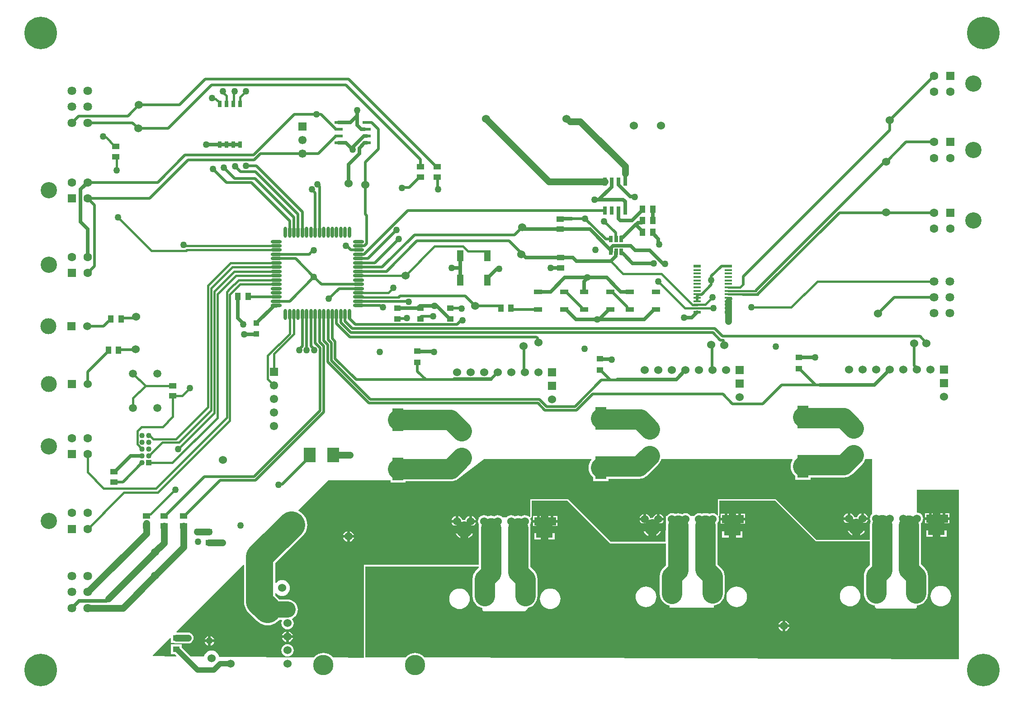
<source format=gbr>
%TF.GenerationSoftware,Altium Limited,Altium Designer,20.1.14 (287)*%
G04 Layer_Physical_Order=1*
G04 Layer_Color=255*
%FSLAX25Y25*%
%MOIN*%
%TF.SameCoordinates,420D9B4C-C7A0-47ED-81AF-82C992674030*%
%TF.FilePolarity,Positive*%
%TF.FileFunction,Copper,L1,Top,Signal*%
%TF.Part,Single*%
G01*
G75*
%TA.AperFunction,SMDPad,CuDef*%
%ADD10R,0.04134X0.05512*%
%ADD11R,0.05512X0.04134*%
%ADD12R,0.05906X0.03543*%
%ADD13R,0.04724X0.04331*%
%ADD14R,0.02992X0.05000*%
%ADD15O,0.02362X0.08071*%
%ADD16O,0.08071X0.02362*%
%ADD17R,0.02559X0.06004*%
%ADD18R,0.05315X0.01575*%
%ADD19R,0.05315X0.02362*%
%ADD20R,0.08268X0.16929*%
%ADD21R,0.08500X0.10799*%
%ADD22R,0.03937X0.03937*%
%ADD23R,0.05118X0.08268*%
%ADD24R,0.02756X0.05118*%
%ADD25R,0.05906X0.02362*%
%TA.AperFunction,Conductor*%
%ADD26C,0.02500*%
%ADD27C,0.15000*%
%ADD28C,0.01500*%
%ADD29C,0.02000*%
%ADD30C,0.01600*%
%ADD31C,0.01700*%
%ADD32C,0.01200*%
%ADD33C,0.04000*%
%ADD34C,0.05000*%
%ADD35C,0.12000*%
%ADD36C,0.20000*%
%TA.AperFunction,ComponentPad*%
%ADD37C,0.12008*%
%ADD38C,0.06319*%
%ADD39R,0.06319X0.06319*%
%ADD40C,0.05000*%
%ADD41C,0.06000*%
%ADD42R,0.12000X0.12000*%
%ADD43C,0.12000*%
%ADD44R,0.06000X0.06000*%
%ADD45O,0.09900X0.26300*%
%ADD46C,0.15000*%
%ADD47C,0.10984*%
%ADD48C,0.06417*%
%ADD49C,0.05898*%
%ADD50R,0.06024X0.06024*%
%ADD51C,0.06024*%
%ADD52C,0.11811*%
%ADD53C,0.04000*%
%ADD54R,0.04000X0.04000*%
%ADD55C,0.06102*%
%ADD56R,0.06102X0.06102*%
%TA.AperFunction,ViaPad*%
%ADD57C,0.05000*%
%ADD58C,0.24000*%
G36*
X628000Y130070D02*
X627791Y129909D01*
X627069Y128969D01*
X626616Y127875D01*
X626461Y126700D01*
X626616Y125525D01*
X626956Y124704D01*
X626630Y123631D01*
X626456Y121866D01*
Y111000D01*
X587000D01*
X569500Y128500D01*
X557000Y141000D01*
X514869Y141000D01*
X514500Y141000D01*
X514407Y140907D01*
X514407Y140538D01*
Y129278D01*
X513934Y129117D01*
X513709Y129409D01*
X512769Y130131D01*
X511675Y130584D01*
X510500Y130739D01*
X509325Y130584D01*
X508311Y130164D01*
X506764Y130633D01*
X505000Y130807D01*
X503236Y130633D01*
X502266Y130339D01*
X501675Y130584D01*
X500500Y130739D01*
X499325Y130584D01*
X498231Y130131D01*
X497291Y129409D01*
X496593Y128500D01*
X494407D01*
X493709Y129409D01*
X492769Y130131D01*
X491675Y130584D01*
X490500Y130739D01*
X489325Y130584D01*
X488231Y130131D01*
X488135Y130058D01*
X486764Y130473D01*
X485000Y130647D01*
X483236Y130473D01*
X482489Y130247D01*
X481675Y130584D01*
X480500Y130739D01*
X479325Y130584D01*
X478231Y130131D01*
X477291Y129409D01*
X476593Y128500D01*
X476000D01*
Y126495D01*
X475961Y126200D01*
X476000Y125905D01*
Y122046D01*
X475956Y121604D01*
Y118167D01*
X475600Y117500D01*
Y109500D01*
X435500Y109500D01*
X417500Y127500D01*
X404000Y141000D01*
X376000D01*
Y128181D01*
X375736Y127930D01*
X375209Y127909D01*
X374269Y128631D01*
X373175Y129084D01*
X372000Y129239D01*
X370825Y129084D01*
X369731Y128631D01*
X369507Y128459D01*
X368764Y128684D01*
X367000Y128858D01*
X365236Y128684D01*
X364493Y128459D01*
X364269Y128631D01*
X363175Y129084D01*
X362000Y129239D01*
X360825Y129084D01*
X359731Y128631D01*
X358791Y127909D01*
X358476Y127500D01*
X355524Y127500D01*
X355209Y127909D01*
X354269Y128631D01*
X353175Y129084D01*
X352000Y129239D01*
X350825Y129084D01*
X349731Y128631D01*
X349476Y128435D01*
X348764Y128651D01*
X347000Y128825D01*
X345236Y128651D01*
X344524Y128435D01*
X344269Y128631D01*
X343175Y129084D01*
X342000Y129239D01*
X340825Y129084D01*
X339731Y128631D01*
X338791Y127909D01*
X338476Y127500D01*
X338000D01*
Y126802D01*
X337616Y125875D01*
X337461Y124700D01*
X337616Y123525D01*
X338000Y122598D01*
Y120223D01*
X337956Y119781D01*
Y92500D01*
X253500D01*
Y24355D01*
X253145Y24003D01*
X230489Y24170D01*
X229895Y24895D01*
X228524Y26019D01*
X226961Y26855D01*
X225264Y27370D01*
X223500Y27544D01*
X221736Y27370D01*
X220039Y26855D01*
X218476Y26019D01*
X217105Y24895D01*
X216595Y24273D01*
X146669Y24791D01*
X146384Y25730D01*
X145846Y26738D01*
X145121Y27621D01*
X144238Y28346D01*
X143230Y28884D01*
X142137Y29216D01*
X141000Y29328D01*
X139863Y29216D01*
X138770Y28884D01*
X137762Y28346D01*
X136879Y27621D01*
X136154Y26738D01*
X135616Y25730D01*
X135356Y24875D01*
X125608Y24947D01*
X118862Y31693D01*
Y34032D01*
X111138D01*
Y26701D01*
X113870D01*
X115083Y25488D01*
X114890Y25027D01*
X97806Y25153D01*
X97616Y25616D01*
X110481Y38481D01*
X111009Y38302D01*
X111103Y37590D01*
X111138Y37505D01*
Y34969D01*
X113396D01*
X113956Y34737D01*
X115000Y34599D01*
X123634D01*
X124678Y34737D01*
X125651Y35140D01*
X126487Y35781D01*
X127128Y36617D01*
X127531Y37590D01*
X127668Y38634D01*
X127531Y39678D01*
X127128Y40651D01*
X126487Y41487D01*
X125651Y42128D01*
X124678Y42531D01*
X123634Y42668D01*
X115375D01*
X115168Y43168D01*
X164503Y92502D01*
X164964Y92311D01*
Y65358D01*
X165106Y63553D01*
X165529Y61793D01*
X166222Y60121D01*
X167167Y58577D01*
X168343Y57201D01*
X174201Y51343D01*
X175577Y50168D01*
X177121Y49222D01*
X178793Y48529D01*
X180553Y48107D01*
X182358Y47964D01*
X184162Y48107D01*
X185923Y48529D01*
X187595Y49222D01*
X189138Y50168D01*
X190515Y51343D01*
X191045Y51964D01*
X192610D01*
X192943Y51464D01*
X192616Y50675D01*
X192461Y49500D01*
X192616Y48325D01*
X193069Y47231D01*
X193791Y46291D01*
X194731Y45569D01*
X195825Y45116D01*
X197000Y44961D01*
X198175Y45116D01*
X199269Y45569D01*
X200209Y46291D01*
X200931Y47231D01*
X201384Y48325D01*
X201539Y49500D01*
X201384Y50675D01*
X200931Y51769D01*
X200517Y52309D01*
X200655Y52950D01*
X201187Y53234D01*
X202329Y54171D01*
X203266Y55313D01*
X203963Y56616D01*
X204392Y58030D01*
X204536Y59500D01*
X204392Y60970D01*
X203963Y62384D01*
X203266Y63687D01*
X202329Y64829D01*
X201187Y65766D01*
X199884Y66463D01*
X198470Y66891D01*
X197000Y67036D01*
X191045D01*
X190515Y67657D01*
X188036Y70136D01*
Y71618D01*
X188536Y71797D01*
X188879Y71379D01*
X189762Y70654D01*
X190770Y70116D01*
X191863Y69784D01*
X193000Y69672D01*
X194137Y69784D01*
X195230Y70116D01*
X196238Y70654D01*
X197121Y71379D01*
X197846Y72262D01*
X198384Y73270D01*
X198716Y74363D01*
X198828Y75500D01*
X198716Y76637D01*
X198384Y77730D01*
X197846Y78738D01*
X197121Y79621D01*
X196238Y80346D01*
X195230Y80884D01*
X194137Y81216D01*
X193000Y81328D01*
X191863Y81216D01*
X190770Y80884D01*
X189762Y80346D01*
X188879Y79621D01*
X188536Y79203D01*
X188036Y79382D01*
Y93722D01*
X208157Y113843D01*
X209332Y115220D01*
X210278Y116763D01*
X210971Y118435D01*
X211393Y120195D01*
X211536Y122000D01*
X211393Y123805D01*
X210971Y125565D01*
X210278Y127237D01*
X209332Y128780D01*
X208157Y130157D01*
X206780Y131333D01*
X205237Y132278D01*
X204975Y132387D01*
X204877Y132877D01*
X227000Y155000D01*
X272866D01*
Y153228D01*
X284134D01*
Y154149D01*
X317193D01*
X317193Y154149D01*
X318957Y154323D01*
X320654Y154838D01*
X320957Y155000D01*
X321440D01*
X341900Y170500D01*
X420949D01*
X421162Y170048D01*
X420481Y169217D01*
X419645Y167654D01*
X419130Y165957D01*
X418956Y164193D01*
X419130Y162429D01*
X419645Y160732D01*
X420481Y159169D01*
X421605Y157798D01*
X422366Y157174D01*
Y154228D01*
X433634D01*
Y156114D01*
X456157D01*
X456157Y156114D01*
X457922Y156288D01*
X459618Y156802D01*
X461182Y157638D01*
X462552Y158763D01*
X470395Y166605D01*
X471519Y167976D01*
X472355Y169539D01*
X472647Y170500D01*
X569097D01*
X569364Y170000D01*
X568645Y168654D01*
X568130Y166957D01*
X567956Y165193D01*
X568130Y163429D01*
X568645Y161732D01*
X569481Y160169D01*
X570605Y158798D01*
X571366Y158174D01*
Y155228D01*
X582634D01*
Y157114D01*
X607157D01*
X607158Y157114D01*
X608922Y157288D01*
X610618Y157802D01*
X612182Y158638D01*
X613552Y159763D01*
X620895Y167105D01*
X622019Y168476D01*
X622855Y170039D01*
X622995Y170500D01*
X628000D01*
X628000Y130070D01*
D02*
G37*
G36*
X692000Y23206D02*
X691646Y22853D01*
X297951Y24217D01*
X297395Y24895D01*
X296024Y26019D01*
X294461Y26855D01*
X292764Y27370D01*
X291000Y27544D01*
X289236Y27370D01*
X287539Y26855D01*
X285976Y26019D01*
X284605Y24895D01*
X284088Y24265D01*
X254520Y24367D01*
Y91480D01*
X337956D01*
Y90435D01*
X336017Y88496D01*
X334892Y87125D01*
X334057Y85562D01*
X333542Y83865D01*
X333368Y82101D01*
X333368Y82101D01*
Y69581D01*
X333542Y67817D01*
X334057Y66120D01*
X334892Y64557D01*
X336017Y63187D01*
X337387Y62062D01*
X338951Y61226D01*
X340600Y60726D01*
Y59367D01*
X340864Y58731D01*
X340907Y58687D01*
X341544Y58424D01*
X372000D01*
X372636Y58687D01*
X374136Y60187D01*
X374400Y60824D01*
Y60877D01*
X375661Y61259D01*
X377224Y62095D01*
X378595Y63220D01*
X379719Y64590D01*
X380555Y66154D01*
X381070Y67850D01*
X381244Y69614D01*
Y82134D01*
X381244Y82134D01*
X381070Y83898D01*
X380555Y85595D01*
X379719Y87158D01*
X378595Y88529D01*
X376044Y91080D01*
Y119814D01*
X375870Y121579D01*
X375702Y122132D01*
X375931Y122431D01*
X376384Y123525D01*
X376539Y124700D01*
X376384Y125875D01*
X376135Y126477D01*
X376124Y126642D01*
X376163Y127004D01*
X376298Y127102D01*
X376439Y127191D01*
X376702Y127441D01*
X376710Y127452D01*
X376721Y127460D01*
X376824Y127614D01*
X376932Y127766D01*
X376935Y127779D01*
X376942Y127790D01*
X376978Y127973D01*
X377019Y128154D01*
X377017Y128167D01*
X377020Y128181D01*
Y139980D01*
X403387D01*
X435000Y108367D01*
X475956Y108367D01*
Y92258D01*
X474017Y90318D01*
X472892Y88948D01*
X472057Y87384D01*
X471542Y85688D01*
X471368Y83923D01*
X471368Y83923D01*
Y71404D01*
X471542Y69639D01*
X472057Y67943D01*
X472892Y66379D01*
X474017Y65009D01*
X475387Y63884D01*
X476951Y63049D01*
X478600Y62548D01*
Y61324D01*
X478789Y60867D01*
X511400D01*
Y62638D01*
X511964Y62694D01*
X513661Y63208D01*
X515224Y64044D01*
X516595Y65169D01*
X517719Y66539D01*
X518555Y68103D01*
X519070Y69799D01*
X519243Y71564D01*
Y84083D01*
X519244Y84083D01*
X519070Y85848D01*
X518555Y87544D01*
X517719Y89108D01*
X516595Y90478D01*
X514044Y93029D01*
Y121764D01*
X513898Y123237D01*
X514431Y123931D01*
X514884Y125025D01*
X515039Y126200D01*
X514884Y127375D01*
X514677Y127876D01*
X514797Y128336D01*
X514936Y128428D01*
X515079Y128511D01*
X515100Y128538D01*
X515128Y128557D01*
X515221Y128695D01*
X515322Y128827D01*
X515331Y128859D01*
X515349Y128888D01*
X515382Y129051D01*
X515425Y129211D01*
X515420Y129245D01*
X515427Y129278D01*
Y139980D01*
X556578Y139980D01*
X568779Y127779D01*
X586279Y110279D01*
X586610Y110058D01*
X587000Y109980D01*
X605387D01*
X605500Y109867D01*
X626456Y109867D01*
Y92520D01*
X624517Y90581D01*
X623392Y89210D01*
X622557Y87647D01*
X622042Y85950D01*
X621868Y84186D01*
X621868Y84186D01*
Y71666D01*
X622042Y69902D01*
X622557Y68206D01*
X623392Y66642D01*
X624517Y65272D01*
X625887Y64147D01*
X627451Y63311D01*
X629147Y62797D01*
X630100Y62703D01*
Y61812D01*
X630364Y61176D01*
X630852Y60687D01*
X631488Y60424D01*
X660000D01*
X660900Y61324D01*
Y62613D01*
X661964Y62717D01*
X663661Y63232D01*
X665224Y64068D01*
X666595Y65193D01*
X667719Y66563D01*
X668555Y68126D01*
X669070Y69823D01*
X669243Y71587D01*
Y84107D01*
X669244Y84107D01*
X669070Y85871D01*
X668555Y87568D01*
X667719Y89131D01*
X666595Y90502D01*
X664044Y93053D01*
Y121787D01*
X663899Y123252D01*
X664209Y123491D01*
X664931Y124431D01*
X665384Y125525D01*
X665539Y126700D01*
X665384Y127875D01*
X664931Y128969D01*
X664209Y129909D01*
X663269Y130631D01*
X662175Y131084D01*
X661000Y131239D01*
X660900Y131326D01*
Y148000D01*
X692000Y148000D01*
X692000Y23206D01*
D02*
G37*
%LPC*%
G36*
X622000Y130603D02*
Y127700D01*
X624903D01*
X624897Y127744D01*
X624494Y128717D01*
X623853Y129553D01*
X623017Y130194D01*
X622044Y130597D01*
X622000Y130603D01*
D02*
G37*
G36*
X610000D02*
X609956Y130597D01*
X608983Y130194D01*
X608147Y129553D01*
X607506Y128717D01*
X607103Y127744D01*
X607097Y127700D01*
X610000D01*
Y130603D01*
D02*
G37*
G36*
X471500Y130103D02*
Y127200D01*
X474403D01*
X474397Y127244D01*
X473994Y128217D01*
X473353Y129053D01*
X472517Y129694D01*
X471544Y130097D01*
X471500Y130103D01*
D02*
G37*
G36*
X459500D02*
X459456Y130097D01*
X458483Y129694D01*
X457647Y129053D01*
X457006Y128217D01*
X456603Y127244D01*
X456597Y127200D01*
X459500D01*
Y130103D01*
D02*
G37*
G36*
X333000Y128603D02*
Y125700D01*
X335903D01*
X335897Y125744D01*
X335494Y126717D01*
X334853Y127553D01*
X334017Y128194D01*
X333044Y128597D01*
X333000Y128603D01*
D02*
G37*
G36*
X321000D02*
X320956Y128597D01*
X319983Y128194D01*
X319147Y127553D01*
X318506Y126717D01*
X318103Y125744D01*
X318097Y125700D01*
X321000D01*
Y128603D01*
D02*
G37*
G36*
X612000Y130603D02*
Y126700D01*
X611000D01*
Y125700D01*
X607097D01*
X607103Y125656D01*
X607506Y124683D01*
X608147Y123847D01*
X608339Y123700D01*
X616400D01*
X623661D01*
X623853Y123847D01*
X624494Y124683D01*
X624897Y125656D01*
X624903Y125700D01*
X621000D01*
Y126700D01*
X620000D01*
Y130603D01*
X619956Y130597D01*
X618983Y130194D01*
X618147Y129553D01*
X617506Y128717D01*
X617103Y127744D01*
X617093Y127666D01*
X616400Y127734D01*
X615028Y127599D01*
X614906Y127677D01*
X614897Y127744D01*
X614494Y128717D01*
X613853Y129553D01*
X613017Y130194D01*
X612044Y130597D01*
X612000Y130603D01*
D02*
G37*
G36*
X461500Y130103D02*
Y126200D01*
X460500D01*
Y125200D01*
X456597D01*
X456603Y125156D01*
X457006Y124183D01*
X457647Y123347D01*
X457839Y123200D01*
X465900D01*
X473161D01*
X473353Y123347D01*
X473994Y124183D01*
X474397Y125156D01*
X474403Y125200D01*
X470500D01*
Y126200D01*
X469500D01*
Y130103D01*
X469456Y130097D01*
X468483Y129694D01*
X467647Y129053D01*
X467006Y128217D01*
X466603Y127244D01*
X466593Y127166D01*
X465900Y127234D01*
X464528Y127099D01*
X464406Y127177D01*
X464397Y127244D01*
X463994Y128217D01*
X463353Y129053D01*
X462517Y129694D01*
X461544Y130097D01*
X461500Y130103D01*
D02*
G37*
G36*
X323000Y128603D02*
Y124700D01*
X322000D01*
Y123700D01*
X318097D01*
X318103Y123656D01*
X318506Y122683D01*
X319147Y121847D01*
X319339Y121700D01*
X327400D01*
X334661D01*
X334853Y121847D01*
X335494Y122683D01*
X335897Y123656D01*
X335903Y123700D01*
X332000D01*
Y124700D01*
X331000D01*
Y128603D01*
X330956Y128597D01*
X329983Y128194D01*
X329147Y127553D01*
X328506Y126717D01*
X328103Y125744D01*
X328093Y125666D01*
X327400Y125734D01*
X326028Y125599D01*
X325906Y125677D01*
X325897Y125744D01*
X325494Y126717D01*
X324853Y127553D01*
X324017Y128194D01*
X323044Y128597D01*
X323000Y128603D01*
D02*
G37*
G36*
X243000Y117403D02*
Y114500D01*
X245903D01*
X245897Y114544D01*
X245494Y115517D01*
X244853Y116353D01*
X244017Y116994D01*
X243044Y117397D01*
X243000Y117403D01*
D02*
G37*
G36*
X241000D02*
X240956Y117397D01*
X239983Y116994D01*
X239147Y116353D01*
X238506Y115517D01*
X238103Y114544D01*
X238097Y114500D01*
X241000D01*
Y117403D01*
D02*
G37*
G36*
X622734Y117700D02*
X619400D01*
Y114366D01*
X620308Y114851D01*
X621374Y115726D01*
X622248Y116792D01*
X622734Y117700D01*
D02*
G37*
G36*
X613400D02*
X610066D01*
X610552Y116792D01*
X611426Y115726D01*
X612492Y114851D01*
X613400Y114366D01*
Y117700D01*
D02*
G37*
G36*
X472234Y117200D02*
X468900D01*
Y113866D01*
X469808Y114351D01*
X470874Y115226D01*
X471748Y116292D01*
X472234Y117200D01*
D02*
G37*
G36*
X462900D02*
X459566D01*
X460052Y116292D01*
X460926Y115226D01*
X461992Y114351D01*
X462900Y113866D01*
Y117200D01*
D02*
G37*
G36*
X333734Y115700D02*
X330400D01*
Y112366D01*
X331308Y112852D01*
X332374Y113726D01*
X333248Y114792D01*
X333734Y115700D01*
D02*
G37*
G36*
X324400D02*
X321066D01*
X321551Y114792D01*
X322426Y113726D01*
X323492Y112852D01*
X324400Y112366D01*
Y115700D01*
D02*
G37*
G36*
X245903Y112500D02*
X243000D01*
Y109597D01*
X243044Y109603D01*
X244017Y110006D01*
X244853Y110647D01*
X245494Y111483D01*
X245897Y112456D01*
X245903Y112500D01*
D02*
G37*
G36*
X241000D02*
X238097D01*
X238103Y112456D01*
X238506Y111483D01*
X239147Y110647D01*
X239983Y110006D01*
X240956Y109603D01*
X241000Y109597D01*
Y112500D01*
D02*
G37*
G36*
X198000Y43403D02*
Y40500D01*
X200903D01*
X200897Y40544D01*
X200494Y41517D01*
X199853Y42353D01*
X199017Y42994D01*
X198044Y43397D01*
X198000Y43403D01*
D02*
G37*
G36*
X196000D02*
X195956Y43397D01*
X194983Y42994D01*
X194147Y42353D01*
X193506Y41517D01*
X193103Y40544D01*
X193097Y40500D01*
X196000D01*
Y43403D01*
D02*
G37*
G36*
X140500Y39874D02*
Y37500D01*
X142874D01*
X142557Y38265D01*
X141996Y38996D01*
X141265Y39557D01*
X140500Y39874D01*
D02*
G37*
G36*
X138500D02*
X137735Y39557D01*
X137004Y38996D01*
X136443Y38265D01*
X136126Y37500D01*
X138500D01*
Y39874D01*
D02*
G37*
G36*
X200903Y38500D02*
X198000D01*
Y35597D01*
X198044Y35603D01*
X199017Y36006D01*
X199853Y36647D01*
X200494Y37483D01*
X200897Y38456D01*
X200903Y38500D01*
D02*
G37*
G36*
X196000D02*
X193097D01*
X193103Y38456D01*
X193506Y37483D01*
X194147Y36647D01*
X194983Y36006D01*
X195956Y35603D01*
X196000Y35597D01*
Y38500D01*
D02*
G37*
G36*
X142874Y35500D02*
X140500D01*
Y33126D01*
X141265Y33443D01*
X141996Y34004D01*
X142557Y34735D01*
X142874Y35500D01*
D02*
G37*
G36*
X138500D02*
X136126D01*
X136443Y34735D01*
X137004Y34004D01*
X137735Y33443D01*
X138500Y33126D01*
Y35500D01*
D02*
G37*
G36*
X197000Y34039D02*
X195825Y33884D01*
X194731Y33431D01*
X193791Y32709D01*
X193069Y31769D01*
X192616Y30675D01*
X192461Y29500D01*
X192616Y28325D01*
X193069Y27231D01*
X193791Y26291D01*
X194731Y25569D01*
X195825Y25116D01*
X197000Y24961D01*
X198175Y25116D01*
X199269Y25569D01*
X200209Y26291D01*
X200931Y27231D01*
X201384Y28325D01*
X201539Y29500D01*
X201384Y30675D01*
X200931Y31769D01*
X200209Y32709D01*
X199269Y33431D01*
X198175Y33884D01*
X197000Y34039D01*
D02*
G37*
G36*
X685000Y130700D02*
X682000D01*
Y127700D01*
X685000D01*
Y130700D01*
D02*
G37*
G36*
X670000D02*
X667000D01*
Y127700D01*
X670000D01*
Y130700D01*
D02*
G37*
G36*
X534500Y130200D02*
X531500D01*
Y127200D01*
X534500D01*
Y130200D01*
D02*
G37*
G36*
X519500D02*
X516500D01*
Y127200D01*
X519500D01*
Y130200D01*
D02*
G37*
G36*
X396000Y128700D02*
X393000D01*
Y125700D01*
X396000D01*
Y128700D01*
D02*
G37*
G36*
X381000D02*
X378000D01*
Y125700D01*
X381000D01*
Y128700D01*
D02*
G37*
G36*
X680000Y130700D02*
X678250D01*
Y123450D01*
X685000D01*
Y125700D01*
X681000D01*
Y126700D01*
X680000D01*
Y130700D01*
D02*
G37*
G36*
X672750D02*
X672000D01*
Y126700D01*
X671000D01*
Y125700D01*
X667000D01*
Y123450D01*
X672750D01*
Y130700D01*
D02*
G37*
G36*
X529500Y130200D02*
X527750D01*
Y122950D01*
X534500D01*
Y125200D01*
X530500D01*
Y126200D01*
X529500D01*
Y130200D01*
D02*
G37*
G36*
X522250D02*
X521500D01*
Y126200D01*
X520500D01*
Y125200D01*
X516500D01*
Y122950D01*
X522250D01*
Y130200D01*
D02*
G37*
G36*
X391000Y128700D02*
X389250D01*
Y121450D01*
X396000D01*
Y123700D01*
X392000D01*
Y124700D01*
X391000D01*
Y128700D01*
D02*
G37*
G36*
X383750D02*
X383000D01*
Y124700D01*
X382000D01*
Y123700D01*
X378000D01*
Y121450D01*
X383750D01*
Y128700D01*
D02*
G37*
G36*
X683000Y117950D02*
X678250D01*
Y113200D01*
X683000D01*
Y117950D01*
D02*
G37*
G36*
X672750D02*
X668000D01*
Y113200D01*
X672750D01*
Y117950D01*
D02*
G37*
G36*
X532500Y117450D02*
X527750D01*
Y112700D01*
X532500D01*
Y117450D01*
D02*
G37*
G36*
X522250D02*
X517500D01*
Y112700D01*
X522250D01*
Y117450D01*
D02*
G37*
G36*
X394000Y115950D02*
X389250D01*
Y111200D01*
X394000D01*
Y115950D01*
D02*
G37*
G36*
X383750D02*
X379000D01*
Y111200D01*
X383750D01*
Y115950D01*
D02*
G37*
G36*
X678701Y77115D02*
X677218Y76969D01*
X675793Y76537D01*
X674479Y75835D01*
X673327Y74889D01*
X672382Y73738D01*
X671680Y72424D01*
X671247Y70998D01*
X671101Y69516D01*
X671247Y68033D01*
X671680Y66607D01*
X672382Y65294D01*
X673327Y64142D01*
X674479Y63197D01*
X675793Y62495D01*
X677218Y62062D01*
X678701Y61916D01*
X680183Y62062D01*
X681609Y62495D01*
X682923Y63197D01*
X684074Y64142D01*
X685020Y65294D01*
X685722Y66607D01*
X686154Y68033D01*
X686300Y69516D01*
X686154Y70998D01*
X685722Y72424D01*
X685020Y73738D01*
X684074Y74889D01*
X682923Y75835D01*
X681609Y76537D01*
X680183Y76969D01*
X678701Y77115D01*
D02*
G37*
G36*
X611811D02*
X610328Y76969D01*
X608903Y76537D01*
X607589Y75835D01*
X606437Y74889D01*
X605492Y73738D01*
X604790Y72424D01*
X604357Y70998D01*
X604211Y69516D01*
X604357Y68033D01*
X604790Y66607D01*
X605492Y65294D01*
X606437Y64142D01*
X607589Y63197D01*
X608903Y62495D01*
X610328Y62062D01*
X611811Y61916D01*
X613294Y62062D01*
X614719Y62495D01*
X616033Y63197D01*
X617185Y64142D01*
X618130Y65294D01*
X618832Y66607D01*
X619265Y68033D01*
X619411Y69516D01*
X619265Y70998D01*
X618832Y72424D01*
X618130Y73738D01*
X617185Y74889D01*
X616033Y75835D01*
X614719Y76537D01*
X613294Y76969D01*
X611811Y77115D01*
D02*
G37*
G36*
X528189Y76615D02*
X526706Y76469D01*
X525281Y76037D01*
X523967Y75335D01*
X522815Y74389D01*
X521870Y73238D01*
X521168Y71924D01*
X520735Y70498D01*
X520589Y69016D01*
X520735Y67533D01*
X521168Y66107D01*
X521870Y64794D01*
X522815Y63642D01*
X523967Y62697D01*
X525281Y61995D01*
X526706Y61562D01*
X528189Y61416D01*
X529672Y61562D01*
X531097Y61995D01*
X532411Y62697D01*
X533563Y63642D01*
X534508Y64794D01*
X535210Y66107D01*
X535642Y67533D01*
X535789Y69016D01*
X535642Y70498D01*
X535210Y71924D01*
X534508Y73238D01*
X533563Y74389D01*
X532411Y75335D01*
X531097Y76037D01*
X529672Y76469D01*
X528189Y76615D01*
D02*
G37*
G36*
X461299D02*
X459817Y76469D01*
X458391Y76037D01*
X457077Y75335D01*
X455926Y74389D01*
X454980Y73238D01*
X454278Y71924D01*
X453846Y70498D01*
X453700Y69016D01*
X453846Y67533D01*
X454278Y66107D01*
X454980Y64794D01*
X455926Y63642D01*
X457077Y62697D01*
X458391Y61995D01*
X459817Y61562D01*
X461299Y61416D01*
X462782Y61562D01*
X464207Y61995D01*
X465521Y62697D01*
X466673Y63642D01*
X467618Y64794D01*
X468320Y66107D01*
X468753Y67533D01*
X468899Y69016D01*
X468753Y70498D01*
X468320Y71924D01*
X467618Y73238D01*
X466673Y74389D01*
X465521Y75335D01*
X464207Y76037D01*
X462782Y76469D01*
X461299Y76615D01*
D02*
G37*
G36*
X390701Y75115D02*
X389218Y74969D01*
X387793Y74537D01*
X386479Y73835D01*
X385327Y72890D01*
X384382Y71738D01*
X383680Y70424D01*
X383247Y68998D01*
X383101Y67516D01*
X383247Y66033D01*
X383680Y64608D01*
X384382Y63294D01*
X385327Y62142D01*
X386479Y61197D01*
X387793Y60495D01*
X389218Y60062D01*
X390701Y59916D01*
X392183Y60062D01*
X393609Y60495D01*
X394923Y61197D01*
X396075Y62142D01*
X397020Y63294D01*
X397722Y64608D01*
X398154Y66033D01*
X398300Y67516D01*
X398154Y68998D01*
X397722Y70424D01*
X397020Y71738D01*
X396075Y72890D01*
X394923Y73835D01*
X393609Y74537D01*
X392183Y74969D01*
X390701Y75115D01*
D02*
G37*
G36*
X323811D02*
X322328Y74969D01*
X320903Y74537D01*
X319589Y73835D01*
X318437Y72890D01*
X317492Y71738D01*
X316790Y70424D01*
X316357Y68998D01*
X316212Y67516D01*
X316357Y66033D01*
X316790Y64608D01*
X317492Y63294D01*
X318437Y62142D01*
X319589Y61197D01*
X320903Y60495D01*
X322328Y60062D01*
X323811Y59916D01*
X325294Y60062D01*
X326719Y60495D01*
X328033Y61197D01*
X329185Y62142D01*
X330130Y63294D01*
X330832Y64608D01*
X331265Y66033D01*
X331411Y67516D01*
X331265Y68998D01*
X330832Y70424D01*
X330130Y71738D01*
X329185Y72890D01*
X328033Y73835D01*
X326719Y74537D01*
X325294Y74969D01*
X323811Y75115D01*
D02*
G37*
G36*
X564000Y51403D02*
Y48500D01*
X566903D01*
X566897Y48544D01*
X566494Y49517D01*
X565853Y50353D01*
X565017Y50994D01*
X564044Y51397D01*
X564000Y51403D01*
D02*
G37*
G36*
X562000D02*
X561956Y51397D01*
X560983Y50994D01*
X560147Y50353D01*
X559506Y49517D01*
X559103Y48544D01*
X559097Y48500D01*
X562000D01*
Y51403D01*
D02*
G37*
G36*
X566903Y46500D02*
X564000D01*
Y43597D01*
X564044Y43603D01*
X565017Y44006D01*
X565853Y44647D01*
X566494Y45483D01*
X566897Y46456D01*
X566903Y46500D01*
D02*
G37*
G36*
X562000D02*
X559097D01*
X559103Y46456D01*
X559506Y45483D01*
X560147Y44647D01*
X560983Y44006D01*
X561956Y43603D01*
X562000Y43597D01*
Y46500D01*
D02*
G37*
%LPD*%
D10*
X354260Y282000D02*
D03*
X361740D02*
D03*
X66760Y274000D02*
D03*
X74240D02*
D03*
X65020Y251000D02*
D03*
X72500D02*
D03*
X466240Y338000D02*
D03*
X458760D02*
D03*
X458760Y346500D02*
D03*
X466240D02*
D03*
Y355000D02*
D03*
X458760D02*
D03*
X168000Y290500D02*
D03*
X160520D02*
D03*
D11*
X69000Y153760D02*
D03*
Y161240D02*
D03*
X106000Y121260D02*
D03*
Y128740D02*
D03*
X93000Y121260D02*
D03*
Y128740D02*
D03*
X398500Y311760D02*
D03*
Y319240D02*
D03*
X112500Y224740D02*
D03*
Y217260D02*
D03*
X398000Y340260D02*
D03*
Y347740D02*
D03*
X70500Y393760D02*
D03*
Y401240D02*
D03*
X295000Y378760D02*
D03*
Y386240D02*
D03*
X307500Y378760D02*
D03*
Y386240D02*
D03*
X120500Y128740D02*
D03*
Y121260D02*
D03*
D12*
X381854Y281004D02*
D03*
Y293996D02*
D03*
X401146D02*
D03*
Y281004D02*
D03*
X449354D02*
D03*
Y293996D02*
D03*
X468646D02*
D03*
Y281004D02*
D03*
X435146D02*
D03*
Y293996D02*
D03*
X415854D02*
D03*
Y281004D02*
D03*
D13*
X317000Y273866D02*
D03*
Y282134D02*
D03*
X295000D02*
D03*
Y273866D02*
D03*
X574031Y237366D02*
D03*
Y245634D02*
D03*
X278000Y282134D02*
D03*
Y273866D02*
D03*
X115000Y30366D02*
D03*
Y38634D02*
D03*
X427500Y236232D02*
D03*
Y244500D02*
D03*
X292683Y242049D02*
D03*
Y250317D02*
D03*
X139000Y117134D02*
D03*
Y108866D02*
D03*
D14*
X162000Y432500D02*
D03*
X157000D02*
D03*
X152000D02*
D03*
X147000D02*
D03*
Y402500D02*
D03*
X152000D02*
D03*
X157000D02*
D03*
X162000D02*
D03*
D15*
X195378Y277185D02*
D03*
X198528D02*
D03*
X201677D02*
D03*
X204827D02*
D03*
X207976D02*
D03*
X211126D02*
D03*
X214276D02*
D03*
X217425D02*
D03*
X220575D02*
D03*
X223724D02*
D03*
X226874D02*
D03*
X230024D02*
D03*
X233173D02*
D03*
X236323D02*
D03*
X239472D02*
D03*
X242622D02*
D03*
Y337815D02*
D03*
X239472D02*
D03*
X236323D02*
D03*
X233173D02*
D03*
X230024D02*
D03*
X226874D02*
D03*
X223724D02*
D03*
X220575D02*
D03*
X217425D02*
D03*
X214276D02*
D03*
X211126D02*
D03*
X207976D02*
D03*
X204827D02*
D03*
X201677D02*
D03*
X198528D02*
D03*
X195378D02*
D03*
D16*
X249315Y283878D02*
D03*
Y287028D02*
D03*
Y290177D02*
D03*
Y293327D02*
D03*
Y296476D02*
D03*
Y299626D02*
D03*
Y302776D02*
D03*
Y305925D02*
D03*
Y309075D02*
D03*
Y312224D02*
D03*
Y315374D02*
D03*
Y318524D02*
D03*
Y321673D02*
D03*
Y324823D02*
D03*
Y327972D02*
D03*
Y331122D02*
D03*
X188685D02*
D03*
Y327972D02*
D03*
Y324823D02*
D03*
Y321673D02*
D03*
Y318524D02*
D03*
Y315374D02*
D03*
Y312224D02*
D03*
Y309075D02*
D03*
Y305925D02*
D03*
Y302776D02*
D03*
Y299626D02*
D03*
Y296476D02*
D03*
Y293327D02*
D03*
Y290177D02*
D03*
Y287028D02*
D03*
Y283878D02*
D03*
D17*
X431000Y354000D02*
D03*
X436000D02*
D03*
X441000D02*
D03*
X446000D02*
D03*
Y375165D02*
D03*
X441000D02*
D03*
X436000D02*
D03*
X431000D02*
D03*
D18*
X498984Y287043D02*
D03*
Y284484D02*
D03*
Y281925D02*
D03*
Y289602D02*
D03*
Y292161D02*
D03*
X522016D02*
D03*
Y289602D02*
D03*
Y281925D02*
D03*
Y284484D02*
D03*
Y287043D02*
D03*
Y294721D02*
D03*
Y297280D02*
D03*
Y299839D02*
D03*
Y302398D02*
D03*
Y310075D02*
D03*
Y307516D02*
D03*
Y304957D02*
D03*
X498984D02*
D03*
Y307516D02*
D03*
Y310075D02*
D03*
Y302398D02*
D03*
Y299839D02*
D03*
Y297280D02*
D03*
Y294721D02*
D03*
D19*
X522016Y278972D02*
D03*
Y313028D02*
D03*
X498984D02*
D03*
Y278972D02*
D03*
D20*
X278500Y199807D02*
D03*
Y163193D02*
D03*
X428000Y200807D02*
D03*
Y164193D02*
D03*
X577000Y201807D02*
D03*
Y165193D02*
D03*
D21*
X213299Y173500D02*
D03*
X230701D02*
D03*
D22*
X174000Y263063D02*
D03*
Y270937D02*
D03*
D23*
X324500Y320610D02*
D03*
X344500D02*
D03*
Y302500D02*
D03*
X324500D02*
D03*
D24*
X443000Y332949D02*
D03*
X439260D02*
D03*
X435520D02*
D03*
Y323500D02*
D03*
X439260D02*
D03*
X443000D02*
D03*
D25*
X234567Y404000D02*
D03*
Y409000D02*
D03*
Y414000D02*
D03*
Y419000D02*
D03*
X255433D02*
D03*
Y414000D02*
D03*
Y409000D02*
D03*
Y404000D02*
D03*
D26*
X463935Y324500D02*
X473935Y314500D01*
X475500D01*
X390996Y293996D02*
X401500Y304500D01*
X381854Y293996D02*
X390996D01*
X401500Y304500D02*
X418000D01*
X248500Y424000D02*
Y428000D01*
Y417000D02*
Y424000D01*
X234567Y419000D02*
X243500D01*
X248500Y424000D01*
X305500Y283500D02*
X307169D01*
X295134D02*
X305500D01*
X445970Y375195D02*
Y381434D01*
X402528Y421500D02*
X403475D01*
X405192Y419783D01*
X405357D01*
X445970Y375195D02*
X446000Y375165D01*
X69000Y161240D02*
X69689D01*
X81476Y173028D01*
X89823D01*
X443000Y322319D02*
Y323500D01*
Y322319D02*
X443128Y322191D01*
X444309D01*
X451500Y315000D01*
X467000D01*
X278684Y281950D02*
X293119D01*
X278000Y282634D02*
X278684Y281950D01*
X295000Y283634D02*
X295134Y283500D01*
X307169D02*
X316803Y273866D01*
X317000D01*
X293119Y281950D02*
X294803Y283634D01*
X295000D01*
X467465Y281004D02*
X468646D01*
X459961Y273500D02*
X467465Y281004D01*
X425500Y273500D02*
X459961D01*
X433965Y281004D02*
X435146D01*
X426939Y273978D02*
X433965Y281004D01*
X425978Y273978D02*
X426939D01*
X425500Y273500D02*
X425978Y273978D01*
X401146Y281004D02*
X402327D01*
X409831Y273500D01*
X425500D01*
X418000Y303823D02*
X418677Y304500D01*
X442652Y293996D02*
X449354D01*
X440800Y295848D02*
X442652Y293996D01*
X440800Y295848D02*
Y295966D01*
X432265Y304500D02*
X440800Y295966D01*
X418677Y304500D02*
X432265D01*
X415854Y293996D02*
Y301678D01*
X418000Y303823D01*
X49675Y319724D02*
Y340348D01*
X44466Y345557D02*
X49675Y340348D01*
X44466Y345557D02*
Y369590D01*
X49675Y374800D01*
X242000Y374000D02*
Y388000D01*
X253799Y404000D02*
X255433D01*
X249865Y400066D02*
X253799Y404000D01*
X249865Y395865D02*
Y400066D01*
X242000Y388000D02*
X249865Y395865D01*
X248500Y417000D02*
X251431Y414069D01*
X253730D01*
X250430Y406030D02*
X253400Y409000D01*
X255433D01*
X250430Y406030D02*
Y406030D01*
X240000Y404000D02*
X245000Y399000D01*
X245478Y399478D01*
Y401078D02*
X250430Y406030D01*
X245478Y399478D02*
Y401078D01*
X234567Y404000D02*
X240000D01*
X157000Y402500D02*
X162000D01*
X453500Y324500D02*
X463935D01*
X437033Y328109D02*
X449891D01*
X435648Y326724D02*
X437033Y328109D01*
X435648Y323628D02*
Y326724D01*
X435520Y323500D02*
X435648Y323628D01*
X449891Y328109D02*
X453500Y324500D01*
X435520Y323500D02*
Y324681D01*
X398000Y340260D02*
X419941D01*
X435520Y324681D01*
X370947Y341500D02*
X372187Y340260D01*
X398000D01*
X370000Y341500D02*
X370947D01*
X439132Y323372D02*
X439260Y323500D01*
X439132Y320276D02*
Y323372D01*
X435356Y316500D02*
X439132Y320276D01*
X407260Y319240D02*
X410000Y316500D01*
X435356D01*
X369500Y321500D02*
X370447D01*
X372707Y319240D02*
X398500D01*
X370447Y321500D02*
X372707Y319240D01*
X398500D02*
X407260D01*
X398000Y347740D02*
X398130Y347870D01*
X406370D01*
X398370Y311630D02*
X398500Y311760D01*
X391130Y311630D02*
X398370D01*
X391000Y311500D02*
X391130Y311630D01*
X466240Y337311D02*
Y338000D01*
Y337311D02*
X470522Y333030D01*
Y329478D02*
Y333030D01*
Y329478D02*
X471000Y329000D01*
X423500Y362000D02*
X444506D01*
X445970Y354029D02*
Y360536D01*
Y354029D02*
X446000Y354000D01*
X444506Y362000D02*
X445970Y360536D01*
X443000Y334130D02*
X443128Y334258D01*
X443000Y332949D02*
Y334130D01*
X443128Y334258D02*
X444309D01*
X453666Y343615D01*
X441000Y347965D02*
X442464Y346500D01*
X455442Y344994D02*
X457943D01*
X442464Y346500D02*
X450949D01*
X458760Y354311D01*
X441000Y347965D02*
Y354000D01*
X453864Y343416D02*
X455442Y344994D01*
X458760Y354311D02*
Y355000D01*
X466240Y346500D02*
Y355000D01*
X458760Y338000D02*
Y338689D01*
X456455Y340994D02*
X458760Y338689D01*
X456286Y340994D02*
X456455D01*
X453864Y343416D02*
X456286Y340994D01*
X457943Y344994D02*
X458760Y345811D01*
Y346500D01*
X427086Y362586D02*
X435970Y371470D01*
Y375136D01*
X436000Y375165D01*
X441030Y372955D02*
Y375136D01*
Y372955D02*
X449573Y364412D01*
X441000Y375165D02*
X441030Y375136D01*
X449573Y364412D02*
X452588D01*
X453000Y364000D01*
X440500Y229232D02*
X483532D01*
X490500Y236200D01*
X629666Y225366D02*
X641000Y236700D01*
X589532Y225366D02*
X629666D01*
X319908Y229650D02*
X346950D01*
X344500Y302500D02*
Y304075D01*
X350947Y310522D01*
X324500Y311555D02*
Y320610D01*
Y302500D02*
Y311555D01*
X318055D02*
X324500D01*
X152000Y402500D02*
X157000D01*
X147000D02*
X152000D01*
X137000D02*
X147000D01*
X160520Y274657D02*
Y290500D01*
Y274657D02*
X164500Y270676D01*
Y270000D02*
Y270676D01*
X168000Y290500D02*
X168323Y290177D01*
X174000Y270937D02*
X186859Y283797D01*
X188603D01*
X173719Y262782D02*
X174000Y263063D01*
X165281Y262782D02*
X173719D01*
X165000Y262500D02*
X165281Y262782D01*
X38008Y60689D02*
X43266Y65948D01*
X63448D01*
X65000Y67500D01*
X489500Y275000D02*
X495012D01*
X498984Y278972D01*
X574031Y245634D02*
X574031Y245634D01*
X585866D01*
X427750Y244250D02*
X435750D01*
X436000Y244000D01*
X427500Y244500D02*
X427750Y244250D01*
X292683Y250317D02*
X293000Y250000D01*
X304866D01*
X305183Y249683D01*
D27*
X655000Y89307D02*
X660200Y84107D01*
X655000Y89307D02*
Y121787D01*
X660200Y71587D02*
Y84107D01*
X630912Y84186D02*
X635500Y88774D01*
Y121866D01*
X630912Y71666D02*
Y84186D01*
X510200Y71564D02*
Y84083D01*
X505000Y89283D02*
Y121764D01*
Y89283D02*
X510200Y84083D01*
X485000Y88512D02*
Y121604D01*
X480412Y71404D02*
Y83923D01*
X485000Y88512D01*
X367000Y87334D02*
X372200Y82134D01*
X367000Y87334D02*
Y119814D01*
X372200Y69614D02*
Y82134D01*
X342412Y82101D02*
X347000Y86689D01*
X342412Y69581D02*
Y82101D01*
X347000Y86689D02*
Y119781D01*
X316893Y199807D02*
X325500Y191200D01*
X278500Y199807D02*
X316893D01*
X317193Y163193D02*
X325500Y171500D01*
X278500Y163193D02*
X317193D01*
X456157Y165157D02*
X464000Y173000D01*
X428965Y165157D02*
X456157D01*
X428000Y164193D02*
X428965Y165157D01*
X456857Y199843D02*
X464000Y192700D01*
X428965Y199843D02*
X456857D01*
X428000Y200807D02*
X428965Y199843D01*
X606857Y200842D02*
X614500Y193200D01*
X577965Y200842D02*
X606857D01*
X577000Y201807D02*
X577965Y200842D01*
X607158Y166157D02*
X614500Y173500D01*
X577965Y166157D02*
X607158D01*
X577000Y165193D02*
X577965Y166157D01*
D28*
X114000Y148000D02*
X114500D01*
X94317Y130057D02*
X96057D01*
X93000Y128740D02*
X94317Y130057D01*
X96057D02*
X114000Y148000D01*
X252956Y290000D02*
X279000D01*
X361740Y282000D02*
X362736Y281004D01*
X352943Y283500D02*
X354260Y282183D01*
Y282000D02*
Y282183D01*
X530817Y297317D02*
X533000Y299500D01*
X522053Y297317D02*
X530817D01*
X522016Y297280D02*
X522053Y297317D01*
X533000Y299500D02*
X533000D01*
X154500Y292000D02*
X162126Y299626D01*
X154500Y199000D02*
Y292000D01*
X162126Y299626D02*
X188685D01*
X161023Y302776D02*
X188685D01*
X154397Y296150D02*
X154397D01*
X161023Y302776D01*
X49675Y160825D02*
Y174187D01*
X61500Y149000D02*
X100046D01*
X49675Y160825D02*
X61500Y149000D01*
X249315Y293327D02*
X271327D01*
X249352Y305963D02*
X283963D01*
X249315Y305925D02*
X249352Y305963D01*
X252944Y290012D02*
X252956Y290000D01*
X249480Y290012D02*
X252944D01*
X69811Y401240D02*
X70500D01*
X63221Y407830D02*
X69811Y401240D01*
X61670Y407830D02*
X63221D01*
X61000Y408500D02*
X61670Y407830D01*
X70500Y393760D02*
X71000Y393260D01*
Y383500D02*
Y393260D01*
X96564Y324436D02*
X122191D01*
X72000Y349000D02*
X96564Y324436D01*
X122191D02*
X122578Y324823D01*
X188685D01*
X138350Y298713D02*
X155011Y315374D01*
X188685D01*
X121028Y327972D02*
X188685D01*
X120514Y328486D02*
X121028Y327972D01*
X94823Y168028D02*
X112164D01*
X101350Y145850D02*
X154500Y199000D01*
X112164Y168028D02*
X145250Y201114D01*
X76414Y145850D02*
X101350D01*
X100046Y149000D02*
X152200Y201154D01*
Y293953D01*
X145250Y201114D02*
Y292250D01*
X249315Y290177D02*
X249480Y290012D01*
X271327Y293327D02*
X275000Y297000D01*
X112500Y217260D02*
X119260D01*
X125000Y223000D01*
X201677Y263038D02*
Y277185D01*
X198528Y263141D02*
Y277185D01*
X182399Y247012D02*
X198528Y263141D01*
X182399Y229601D02*
Y247012D01*
X187000Y248361D02*
X201677Y263038D01*
X187000Y235000D02*
Y248361D01*
X344500Y320610D02*
Y322185D01*
X342691Y323994D02*
X344500Y322185D01*
X330001Y323994D02*
X342691D01*
X326495Y327500D02*
X330001Y323994D01*
X305500Y327500D02*
X326495D01*
X284000Y306000D02*
X305500Y327500D01*
X283963Y305963D02*
X284000Y306000D01*
X162000Y432500D02*
Y437500D01*
X166500Y442000D01*
X157000Y432500D02*
X157500Y433000D01*
Y441500D01*
X158000Y442000D01*
X152000Y432500D02*
Y438553D01*
X149500Y441053D02*
X152000Y438553D01*
X149500Y441053D02*
Y442000D01*
X147000Y432500D02*
Y433504D01*
X144174Y436330D02*
X147000Y433504D01*
X142170Y436330D02*
X144174D01*
X141500Y437000D02*
X142170Y436330D01*
X94823Y173028D02*
X94843D01*
X94823Y188028D02*
X95424D01*
X98129Y185323D01*
X114823D01*
X138350Y208850D01*
X94843Y173028D02*
X104839Y183023D01*
X116977D01*
X140650Y206696D01*
X116436Y178028D02*
X142950Y204542D01*
Y294404D01*
X138350Y208850D02*
Y298713D01*
X140650Y206696D02*
Y296558D01*
X156316Y312224D01*
X188685D01*
X142950Y294404D02*
X157621Y309075D01*
X188685D01*
X145250Y292250D02*
X158925Y305925D01*
X188685D01*
X152200Y293953D02*
X154397Y296150D01*
X73500Y142937D02*
Y142937D01*
X76414Y145850D01*
X49675Y119112D02*
X73500Y142937D01*
X86273Y181557D02*
X89802Y178028D01*
X86273Y181557D02*
Y191394D01*
X89294Y194415D01*
X105085D01*
X112500Y201830D01*
X89802Y178028D02*
X89823D01*
X182399Y229601D02*
X187000Y225000D01*
X83142Y208205D02*
Y215685D01*
X92197Y224740D01*
X112500D01*
X83142Y233795D02*
X92197Y224740D01*
X112500Y201830D02*
Y217260D01*
X522016Y289602D02*
X523461D01*
X524000Y289063D01*
D29*
X280027Y291027D02*
X327973D01*
X279000Y290000D02*
X280027Y291027D01*
X362736Y281004D02*
X381854D01*
X335500Y283500D02*
X352943D01*
X327973Y291027D02*
X335500Y283500D01*
X586228Y225366D02*
X589532D01*
X561366D02*
X586228D01*
X574031Y237366D02*
X574228D01*
X586228Y225366D01*
X434929Y229000D02*
X440500D01*
X428500D02*
X434929D01*
X427500Y236232D02*
X427697D01*
X434929Y229000D01*
X299000Y229150D02*
X319408D01*
X247556D02*
X299000D01*
X292683Y235467D02*
X299000Y229150D01*
X319408D02*
X319908Y229650D01*
X243002Y260701D02*
X380500D01*
X233173Y270529D02*
X243002Y260701D01*
X380500D02*
X381235Y259966D01*
X292683Y235467D02*
Y242049D01*
X542500Y295000D02*
X542515D01*
X542220Y294721D02*
X542500Y295000D01*
X542515D02*
X637442Y389927D01*
X532644Y292121D02*
X532843Y291920D01*
X543395D01*
X543595Y292121D01*
X638573Y389927D02*
X653146Y404500D01*
X637442Y389927D02*
X638573D01*
X533000Y299500D02*
Y305398D01*
X641000Y413398D01*
Y420500D02*
Y420540D01*
Y413398D02*
Y420500D01*
X543636Y292161D02*
X603880Y352406D01*
X630500D02*
X638500D01*
X603880D02*
X630500D01*
X638500D02*
X673825D01*
X69000Y153760D02*
X75555D01*
X89823Y168028D01*
X190500Y151500D02*
X191074Y152074D01*
X193023D01*
X213299Y172350D01*
Y173500D01*
X431565Y332949D02*
X435520D01*
X416514Y348000D02*
X431565Y332949D01*
X406500Y348000D02*
X416514D01*
X406370Y347870D02*
X406500Y348000D01*
X438882Y333327D02*
X439260Y332949D01*
X438882Y333327D02*
Y337618D01*
X430500Y346000D02*
X438882Y337618D01*
X234976Y296476D02*
X249315D01*
X227500Y289000D02*
X234976Y296476D01*
X221874Y299626D02*
X249315D01*
Y309075D02*
X269925D01*
X270000Y309000D01*
X292500Y331500D01*
X249384Y286958D02*
X286042D01*
X249315Y283878D02*
X265310D01*
X267188Y282000D01*
X268000D01*
X286042Y286958D02*
X286500Y286500D01*
X215688Y324500D02*
X216500D01*
X212861Y321673D02*
X215688Y324500D01*
X188685Y321673D02*
X212861D01*
X188685Y318524D02*
X202976D01*
X216500Y305000D01*
X188685Y287028D02*
X198528D01*
X216500Y305000D01*
X221874Y299626D01*
X123800Y391300D02*
X172260D01*
X49675Y374800D02*
X101322D01*
X49675Y362989D02*
X95489D01*
X123800Y391300D01*
X101322Y374800D02*
X121522Y395000D01*
X79198Y423698D02*
X87500Y432000D01*
X38008Y418689D02*
X43016Y423698D01*
X79198D01*
X249315Y287028D02*
X249384Y286958D01*
X325188Y273000D02*
X326000D01*
X322089Y269901D02*
X325188Y273000D01*
X272899Y269901D02*
X322089D01*
X272800Y270000D02*
X272899Y269901D01*
X246953Y270000D02*
X272800D01*
X242622Y274331D02*
Y277185D01*
Y274331D02*
X246953Y270000D01*
X317000Y282134D02*
X317317Y281817D01*
X325183D01*
X325500Y281500D01*
X278000Y274366D02*
X278067Y274433D01*
X284933D01*
X285000Y274500D01*
X295634Y276000D02*
X304500D01*
X295000Y275366D02*
X295634Y276000D01*
X220575Y337815D02*
Y371703D01*
X218889Y373389D02*
X220575Y371703D01*
X217425Y337815D02*
Y367075D01*
X215000Y369500D02*
X217425Y367075D01*
X66760Y273311D02*
Y274000D01*
X65693Y272244D02*
X66760Y273311D01*
X65004Y272244D02*
X65693D01*
X61260Y268500D02*
X65004Y272244D01*
X49675Y268500D02*
X61260D01*
X84750Y274750D02*
X85500Y275500D01*
X74990Y274750D02*
X84750D01*
X74240Y274000D02*
X74990Y274750D01*
X72500Y251000D02*
X72750Y251250D01*
X84750D01*
X85000Y251500D01*
X49675Y226057D02*
Y234966D01*
X65020Y250311D01*
Y251000D01*
X435146Y293996D02*
X436327D01*
X447402Y282921D01*
Y281776D02*
Y282921D01*
Y281776D02*
X448173Y281004D01*
X449354D01*
X401146Y293996D02*
X402327D01*
X413902Y282421D01*
Y281776D02*
Y282421D01*
Y281776D02*
X414673Y281004D01*
X415854D01*
X307500Y378760D02*
X307750Y378510D01*
Y369750D02*
Y378510D01*
Y369750D02*
X308000Y369500D01*
X249315Y315374D02*
X261374D01*
X279000Y333000D01*
X249315Y318524D02*
X256453D01*
X277465Y339535D01*
X294311Y378760D02*
X295000D01*
X286625Y371074D02*
X294311Y378760D01*
X282074Y371074D02*
X286625D01*
X281500Y370500D02*
X282074Y371074D01*
X240000Y446500D02*
X240997Y445503D01*
X295000Y386240D02*
Y391500D01*
X240997Y445503D02*
X295000Y391500D01*
X141000Y446500D02*
X240000D01*
X87000Y414500D02*
X109000D01*
X141000Y446500D01*
X306811Y386240D02*
X307500D01*
X242051Y451000D02*
X306811Y386240D01*
X136500Y451000D02*
X242051D01*
X87500Y432000D02*
X117500D01*
X136500Y451000D01*
X49819Y418689D02*
X82704D01*
X86893Y414500D01*
X87000D01*
X249315Y321673D02*
X249384Y321604D01*
X253290D01*
X253371Y321523D01*
X253371D01*
X285848Y354000D02*
X431000D01*
X253371Y321523D02*
X285848Y354000D01*
X253589Y327972D02*
X255400Y329784D01*
X252890Y327972D02*
X253589D01*
X255400Y329784D02*
Y350468D01*
X254500Y351368D02*
Y373000D01*
Y351368D02*
X255400Y350468D01*
X243854Y324823D02*
X249315D01*
X240676Y328000D02*
X243854Y324823D01*
X240000Y328000D02*
X240676D01*
X290636Y336000D02*
X364500D01*
X266818Y312182D02*
X290636Y336000D01*
X249357Y312182D02*
X266818D01*
X49675Y307913D02*
X54635Y312873D01*
Y358030D01*
X49675Y362989D02*
X54635Y358030D01*
X259000Y419000D02*
X264000Y414000D01*
Y399223D02*
Y414000D01*
X255433Y419000D02*
X259000D01*
X254500Y373000D02*
Y389723D01*
X264000Y399223D01*
X172000Y395000D02*
X202000Y425000D01*
X121522Y395000D02*
X172000D01*
X172260Y391300D02*
X176960Y396000D01*
X208000D01*
X219795D01*
X232795Y409000D01*
X234567D01*
X218500Y425000D02*
X221795D01*
X202000D02*
X218500D01*
X232795Y414000D02*
X234567D01*
X221795Y425000D02*
X232795Y414000D01*
X142000Y384500D02*
X152000Y374500D01*
X170500D02*
X198528Y346472D01*
X152000Y374500D02*
X170500D01*
X158500Y386500D02*
X158500D01*
X162300Y382700D02*
X173300D01*
X158500Y386500D02*
X162300Y382700D01*
X150000Y385500D02*
X158000Y377500D01*
X173000D01*
X201608Y348892D01*
X198528Y337815D02*
Y346472D01*
X201608Y337884D02*
Y348892D01*
Y337884D02*
X201677Y337815D01*
X204757Y337884D02*
Y351242D01*
X173300Y382700D02*
X204757Y351242D01*
X166500Y387000D02*
X174000D01*
X207976Y337815D02*
Y353024D01*
X174000Y387000D02*
X207976Y353024D01*
X204757Y337884D02*
X204827Y337815D01*
X249315Y312224D02*
X249357Y312182D01*
X364500Y336000D02*
X370000Y341500D01*
X360500Y331500D02*
X369500Y322500D01*
Y321500D02*
Y322500D01*
X292500Y331500D02*
X360500D01*
X659000Y239782D02*
Y256000D01*
Y239782D02*
X661000Y237782D01*
Y236700D02*
Y237782D01*
X509500Y255000D02*
X510000Y254500D01*
Y236700D02*
Y254500D01*
Y236700D02*
X510500Y236200D01*
X214276Y253931D02*
X216626Y251581D01*
Y251000D02*
Y251581D01*
X214276Y253931D02*
Y277185D01*
X211126Y251000D02*
Y277185D01*
X371000Y254000D02*
X371500Y253500D01*
Y235200D02*
Y253500D01*
Y235200D02*
X372000Y234700D01*
X220926Y206386D02*
Y252781D01*
X172316Y157776D02*
X220926Y206386D01*
X217425Y256282D02*
X220926Y252781D01*
X217425Y256282D02*
Y277185D01*
X223726Y205226D02*
Y253941D01*
X173476Y154976D02*
X223726Y205226D01*
X226526Y242260D02*
Y255101D01*
Y242260D02*
X256886Y211900D01*
X381600D01*
X229326Y243420D02*
Y256260D01*
Y243420D02*
X258046Y214700D01*
X382760D01*
X232126Y244580D02*
X247556Y229150D01*
X230024Y259523D02*
Y277185D01*
Y259523D02*
X232126Y257420D01*
Y244580D02*
Y257420D01*
X226874Y258712D02*
Y277185D01*
Y258712D02*
X229326Y256260D01*
X223724Y257902D02*
Y277185D01*
Y257902D02*
X226526Y255101D01*
X220575Y257092D02*
Y277185D01*
Y257092D02*
X223726Y253941D01*
X205626Y251581D02*
X207976Y253931D01*
X205626Y251000D02*
Y251581D01*
X207976Y253931D02*
Y277185D01*
X233173Y270529D02*
Y277185D01*
X236323Y271339D02*
Y277185D01*
Y271339D02*
X243812Y263850D01*
X239472Y272150D02*
Y277185D01*
Y272150D02*
X244622Y267000D01*
X668000Y256000D02*
Y256454D01*
X663227Y261227D02*
X668000Y256454D01*
X517727Y261227D02*
X663227D01*
X518273Y255227D02*
X519000Y254500D01*
X518273Y255227D02*
Y258427D01*
X243812Y263850D02*
X510650D01*
X244622Y267000D02*
X511954D01*
X516073Y258427D02*
X518273D01*
X511954Y267000D02*
X517727Y261227D01*
X510650Y263850D02*
X516073Y258427D01*
X381235Y257265D02*
X382000Y256500D01*
X381235Y257265D02*
Y259966D01*
X408980Y209480D02*
X428500Y229000D01*
X547400Y211400D02*
X561366Y225366D01*
X518000Y218500D02*
X525100Y211400D01*
X547400D01*
X421960Y218500D02*
X518000D01*
X410140Y206680D02*
X421960Y218500D01*
X386820Y206680D02*
X410140D01*
X381600Y211900D02*
X386820Y206680D01*
X387980Y209480D02*
X408980D01*
X382760Y214700D02*
X387980Y209480D01*
X346950Y229650D02*
X352000Y234700D01*
X168323Y290177D02*
X188685D01*
X120500Y128740D02*
X121189D01*
X147424Y154976D01*
X173476D01*
X135724Y157776D02*
X172316D01*
X106689Y128740D02*
X135724Y157776D01*
X106000Y128740D02*
X106689D01*
X509500Y302500D02*
Y305500D01*
Y299246D02*
Y302500D01*
X502387Y292133D02*
X509500Y299246D01*
Y305500D02*
X517028Y313028D01*
X498984Y289602D02*
Y290962D01*
Y287256D02*
Y289602D01*
Y290962D02*
X500156Y292133D01*
X502387D01*
X517028Y313028D02*
X522016D01*
X644500Y290000D02*
X673681D01*
X632500Y278000D02*
X644500Y290000D01*
X653146Y404500D02*
X673825D01*
Y453365D02*
Y453406D01*
X641000Y420540D02*
X673825Y453365D01*
D30*
X539000Y282500D02*
X568500D01*
X587811Y301811D01*
X673681D01*
X499022Y281963D02*
X510963D01*
X522016Y294721D02*
X542220D01*
X522016Y292161D02*
X532603D01*
X532644Y292121D01*
X543595D02*
X543636Y292161D01*
D31*
X470500Y301500D02*
X490075Y281925D01*
X498984D01*
X485181Y295068D02*
X495824Y284425D01*
X472839Y307410D02*
X485181Y295068D01*
Y295068D02*
Y295068D01*
X498984Y284484D02*
X504984D01*
X510500Y290000D01*
X495824Y284425D02*
X498925D01*
X444446Y307410D02*
X472839D01*
X435356Y316500D02*
X444446Y307410D01*
D32*
X498984Y281925D02*
X499022Y281963D01*
X510963D02*
X511000Y282000D01*
D33*
X142745Y15000D02*
X147246Y19500D01*
X115197Y30366D02*
X130563Y15000D01*
X142745D01*
X147246Y19500D02*
X155000D01*
X115000Y30366D02*
X115197D01*
D34*
X412717Y419783D02*
X445970Y386529D01*
Y381434D02*
Y386529D01*
X405357Y419783D02*
X412717D01*
X389807Y375165D02*
X431000D01*
X343472Y421500D02*
X389807Y375165D01*
X65000Y67500D02*
X99500Y102000D01*
X106000Y108771D02*
Y121260D01*
X99500Y102271D02*
X106000Y108771D01*
X99500Y102000D02*
Y102271D01*
X120500Y105500D02*
Y121260D01*
X99500Y84500D02*
X120500Y105500D01*
X49819Y60689D02*
X75689D01*
X99500Y84500D01*
X49819Y72500D02*
X93000Y115681D01*
Y123260D01*
X139000Y108866D02*
X148866D01*
X130634Y117134D02*
X139000D01*
X130500Y117000D02*
X130634Y117134D01*
X115000Y38634D02*
X123634D01*
X230701Y173500D02*
X243000D01*
X522000Y272400D02*
Y278957D01*
X522016Y278972D01*
Y284484D02*
Y287043D01*
Y281925D02*
Y284484D01*
Y278972D02*
Y281925D01*
D35*
X182358Y59500D02*
X197000D01*
D36*
X176500Y98500D02*
X200000Y122000D01*
X176500Y65358D02*
Y98500D01*
Y65358D02*
X182358Y59500D01*
D37*
X20856Y313819D02*
D03*
Y368895D02*
D03*
Y180093D02*
D03*
Y125017D02*
D03*
X702644Y447500D02*
D03*
Y398594D02*
D03*
Y346500D02*
D03*
D38*
X49675Y319724D02*
D03*
Y307913D02*
D03*
X37864Y319724D02*
D03*
Y374800D02*
D03*
X49675Y362989D02*
D03*
Y374800D02*
D03*
Y185998D02*
D03*
Y174187D02*
D03*
X37864Y185998D02*
D03*
X49675Y130923D02*
D03*
Y119112D02*
D03*
X37864Y130923D02*
D03*
X685636Y441595D02*
D03*
X673825Y453406D02*
D03*
Y441595D02*
D03*
X685636Y392689D02*
D03*
X673825Y404500D02*
D03*
Y392689D02*
D03*
X685636Y340595D02*
D03*
X673825Y352406D02*
D03*
Y340595D02*
D03*
D39*
X37864Y307913D02*
D03*
Y362989D02*
D03*
Y174187D02*
D03*
Y119112D02*
D03*
X685636Y453406D02*
D03*
Y404500D02*
D03*
Y352406D02*
D03*
D40*
X200000Y122000D02*
D03*
X162500Y121500D02*
D03*
D41*
X325500Y171500D02*
D03*
Y191200D02*
D03*
X392000Y214700D02*
D03*
X382000Y234700D02*
D03*
X372000D02*
D03*
X362000D02*
D03*
X352000D02*
D03*
X342000D02*
D03*
X332000D02*
D03*
X322000D02*
D03*
Y124700D02*
D03*
X332000D02*
D03*
X342000D02*
D03*
X352000D02*
D03*
X362000D02*
D03*
X372000D02*
D03*
X149500Y170000D02*
D03*
X452500Y416500D02*
D03*
X242000Y113500D02*
D03*
X472500Y416500D02*
D03*
X563000Y47500D02*
D03*
X85500Y275500D02*
D03*
X614500Y173500D02*
D03*
Y193200D02*
D03*
X681000Y216700D02*
D03*
X671000Y236700D02*
D03*
X661000D02*
D03*
X651000D02*
D03*
X641000D02*
D03*
X631000D02*
D03*
X621000D02*
D03*
X611000D02*
D03*
Y126700D02*
D03*
X621000D02*
D03*
X631000D02*
D03*
X641000D02*
D03*
X651000D02*
D03*
X661000D02*
D03*
X254500Y373000D02*
D03*
X242000Y374000D02*
D03*
X659000Y256000D02*
D03*
X509500Y255000D02*
D03*
X382000Y256500D02*
D03*
X371000Y254000D02*
D03*
X668000Y256000D02*
D03*
X638500Y352500D02*
D03*
Y390000D02*
D03*
X641000Y420500D02*
D03*
X87000Y414500D02*
D03*
X87500Y432000D02*
D03*
X99500Y84500D02*
D03*
Y102000D02*
D03*
X85000Y251500D02*
D03*
X284000Y306000D02*
D03*
X369500Y321500D02*
D03*
X370000Y341500D02*
D03*
X335500Y283500D02*
D03*
X632500Y278000D02*
D03*
X343472Y421500D02*
D03*
X402528D02*
D03*
X519000Y254500D02*
D03*
X510500Y126200D02*
D03*
X500500D02*
D03*
X490500D02*
D03*
X480500D02*
D03*
X470500D02*
D03*
X460500D02*
D03*
Y236200D02*
D03*
X470500D02*
D03*
X480500D02*
D03*
X490500D02*
D03*
X500500D02*
D03*
X510500D02*
D03*
X520500D02*
D03*
X530500Y216200D02*
D03*
X464000Y192700D02*
D03*
Y173000D02*
D03*
X197000Y59500D02*
D03*
Y49500D02*
D03*
Y39500D02*
D03*
Y29500D02*
D03*
Y19500D02*
D03*
X155000D02*
D03*
X193000Y75500D02*
D03*
X141000Y23500D02*
D03*
D42*
X386500Y118700D02*
D03*
X675500Y120700D02*
D03*
X525000Y120200D02*
D03*
D43*
X366800Y118700D02*
D03*
X347100D02*
D03*
X327400D02*
D03*
X655800Y120700D02*
D03*
X636100D02*
D03*
X616400D02*
D03*
X465900Y120200D02*
D03*
X485600D02*
D03*
X505300D02*
D03*
D44*
X392000Y224700D02*
D03*
Y234700D02*
D03*
X382000Y124700D02*
D03*
X392000D02*
D03*
X681000Y226700D02*
D03*
Y236700D02*
D03*
X671000Y126700D02*
D03*
X681000D02*
D03*
X530500Y126200D02*
D03*
X520500D02*
D03*
X530500Y236200D02*
D03*
Y226200D02*
D03*
D45*
X272400Y76000D02*
D03*
X243000D02*
D03*
D46*
X291000Y18500D02*
D03*
X223500D02*
D03*
D47*
X372000Y68500D02*
D03*
Y81020D02*
D03*
X342512Y68500D02*
D03*
Y81020D02*
D03*
X480000Y82520D02*
D03*
Y70000D02*
D03*
X509488Y82520D02*
D03*
Y70000D02*
D03*
X660000Y70500D02*
D03*
Y83020D02*
D03*
X630512Y70500D02*
D03*
Y83020D02*
D03*
D48*
X685492Y278189D02*
D03*
Y290000D02*
D03*
Y301811D02*
D03*
X673681D02*
D03*
Y290000D02*
D03*
Y278189D02*
D03*
X38008Y442311D02*
D03*
Y430500D02*
D03*
Y418689D02*
D03*
X49819D02*
D03*
Y430500D02*
D03*
Y442311D02*
D03*
X38008Y84311D02*
D03*
Y72500D02*
D03*
Y60689D02*
D03*
X49819D02*
D03*
Y72500D02*
D03*
Y84311D02*
D03*
D49*
X83142Y233795D02*
D03*
Y208205D02*
D03*
X100858D02*
D03*
Y233795D02*
D03*
D50*
X37689Y268500D02*
D03*
X37864Y226057D02*
D03*
D51*
X49500Y268500D02*
D03*
X49675Y226057D02*
D03*
D52*
X20681Y268500D02*
D03*
X20856Y226057D02*
D03*
D53*
X89823Y188028D02*
D03*
X94823D02*
D03*
X89823Y183028D02*
D03*
X94823D02*
D03*
X89823Y178028D02*
D03*
X94823D02*
D03*
X89823Y173028D02*
D03*
X94823D02*
D03*
X89823Y168028D02*
D03*
D54*
X94823D02*
D03*
D55*
X187000Y195000D02*
D03*
Y205000D02*
D03*
Y215000D02*
D03*
Y225000D02*
D03*
X208000Y406000D02*
D03*
Y396000D02*
D03*
D56*
X187000Y235000D02*
D03*
X208000Y416000D02*
D03*
D57*
X475500Y314500D02*
D03*
X305500Y283500D02*
D03*
X539000Y282500D02*
D03*
X470500Y301500D02*
D03*
X511000Y282000D02*
D03*
X510500Y290000D02*
D03*
X265000Y249500D02*
D03*
X139500Y36500D02*
D03*
X190500Y151500D02*
D03*
X416514Y348000D02*
D03*
X430500Y346000D02*
D03*
X557000Y253500D02*
D03*
X227500Y289000D02*
D03*
X216500Y324500D02*
D03*
X61000Y408500D02*
D03*
X71000Y383500D02*
D03*
X72000Y349000D02*
D03*
X120514Y328486D02*
D03*
X114500Y148000D02*
D03*
X275000Y297000D02*
D03*
X125000Y223000D02*
D03*
X326000Y273000D02*
D03*
X267500Y282500D02*
D03*
X325500Y281500D02*
D03*
X285000Y274500D02*
D03*
X304500Y276000D02*
D03*
X286500Y286500D02*
D03*
X218889Y373389D02*
D03*
X215000Y369500D02*
D03*
X425500Y273500D02*
D03*
X418000Y304500D02*
D03*
X308000Y369500D02*
D03*
X279000Y333000D02*
D03*
X277465Y339535D02*
D03*
X281500Y370500D02*
D03*
X240000Y328000D02*
D03*
X248500Y428000D02*
D03*
X245000Y399000D02*
D03*
X218500Y425000D02*
D03*
X142000Y384500D02*
D03*
X150000Y385500D02*
D03*
X158500Y386500D02*
D03*
X166500Y387000D02*
D03*
X391000Y311500D02*
D03*
X424000Y325000D02*
D03*
X467000Y315000D02*
D03*
X471000Y329000D02*
D03*
X423500Y362000D02*
D03*
X453000Y364000D02*
D03*
X216626Y251000D02*
D03*
X211126D02*
D03*
X205626D02*
D03*
X353000Y311000D02*
D03*
X318055Y311555D02*
D03*
X137000Y402500D02*
D03*
X166500Y442000D02*
D03*
X158000D02*
D03*
X149500Y442000D02*
D03*
X141500Y437000D02*
D03*
X116436Y178028D02*
D03*
X216500Y305000D02*
D03*
X131020Y109520D02*
D03*
X148866Y108866D02*
D03*
X130500Y117000D02*
D03*
X123634Y38634D02*
D03*
X243000Y173500D02*
D03*
X522000Y272400D02*
D03*
X489500Y275000D02*
D03*
X509500Y302500D02*
D03*
X585866Y245634D02*
D03*
X436000Y244000D02*
D03*
X416000Y252000D02*
D03*
X305183Y249683D02*
D03*
X165000Y262500D02*
D03*
X164500Y270000D02*
D03*
D58*
X710000Y485000D02*
D03*
X15000D02*
D03*
X710000Y15000D02*
D03*
X15000D02*
D03*
%TF.MD5,583221aa531f50c61bef31dcd4d5c605*%
M02*

</source>
